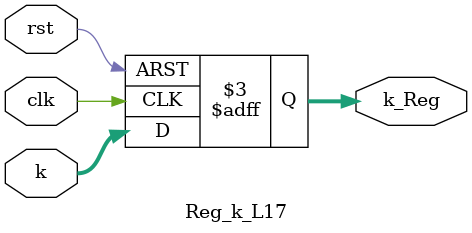
<source format=v>
module Reg_k_L17(k_Reg,clk,rst,k);
output reg [1:0] k_Reg;
input clk,rst;
input [1:0] k;

always @ (posedge clk or negedge rst)
	begin
		if (!rst ) 
			k_Reg<=0; 
		else  
			k_Reg<=k; 
	end
endmodule

</source>
